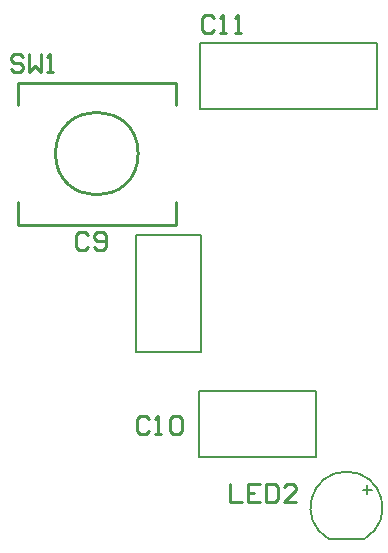
<source format=gbr>
%TF.GenerationSoftware,Altium Limited,Altium Designer,25.7.1 (20)*%
G04 Layer_Color=65535*
%FSLAX45Y45*%
%MOMM*%
%TF.SameCoordinates,6DC23F8A-9C4A-45C2-95F2-439E2FAEE1B8*%
%TF.FilePolarity,Positive*%
%TF.FileFunction,Legend,Top*%
%TF.Part,Single*%
G01*
G75*
%TA.AperFunction,NonConductor*%
%ADD44C,0.17780*%
%ADD45C,0.25400*%
%ADD46C,0.20000*%
D44*
X16974551Y4169388D02*
G03*
X16668027Y4168287I-154208J262912D01*
G01*
X16995602Y4544060D02*
Y4620260D01*
X16962582Y4582160D02*
X17033702D01*
X16670482Y4168140D02*
X16972742D01*
D45*
X15056592Y7429492D02*
G03*
X15056592Y7429492I-350000J0D01*
G01*
X15377428Y6828788D02*
Y7020827D01*
X14035773Y6828788D02*
Y7020827D01*
Y6828788D02*
X15377428D01*
X14035773Y7838174D02*
Y8030208D01*
X15377428Y7838174D02*
Y8030208D01*
X14035773D02*
X15377428D01*
X14079187Y8244799D02*
X14053795Y8270191D01*
X14003012D01*
X13977620Y8244799D01*
Y8219407D01*
X14003012Y8194015D01*
X14053795D01*
X14079187Y8168623D01*
Y8143232D01*
X14053795Y8117840D01*
X14003012D01*
X13977620Y8143232D01*
X14129971Y8270191D02*
Y8117840D01*
X14180754Y8168623D01*
X14231538Y8117840D01*
Y8270191D01*
X14282321Y8117840D02*
X14333105D01*
X14307713D01*
Y8270191D01*
X14282321Y8244799D01*
X15836990Y4635475D02*
Y4483125D01*
X15938557D01*
X16090907Y4635475D02*
X15989342D01*
Y4483125D01*
X16090907D01*
X15989342Y4559300D02*
X16040125D01*
X16141692Y4635475D02*
Y4483125D01*
X16217867D01*
X16243259Y4508517D01*
Y4610083D01*
X16217867Y4635475D01*
X16141692D01*
X16395610Y4483125D02*
X16294043D01*
X16395610Y4584692D01*
Y4610083D01*
X16370218Y4635475D01*
X16319434D01*
X16294043Y4610083D01*
X15697166Y8580079D02*
X15671774Y8605471D01*
X15620992D01*
X15595599Y8580079D01*
Y8478512D01*
X15620992Y8453120D01*
X15671774D01*
X15697166Y8478512D01*
X15747951Y8453120D02*
X15798734D01*
X15773343D01*
Y8605471D01*
X15747951Y8580079D01*
X15874910Y8453120D02*
X15925693D01*
X15900301D01*
Y8605471D01*
X15874910Y8580079D01*
X15151129Y5181583D02*
X15125737Y5206975D01*
X15074954D01*
X15049562Y5181583D01*
Y5080017D01*
X15074954Y5054625D01*
X15125737D01*
X15151129Y5080017D01*
X15201912Y5054625D02*
X15252696D01*
X15227304D01*
Y5206975D01*
X15201912Y5181583D01*
X15328871D02*
X15354263Y5206975D01*
X15405048D01*
X15430440Y5181583D01*
Y5080017D01*
X15405048Y5054625D01*
X15354263D01*
X15328871Y5080017D01*
Y5181583D01*
X14630408Y6743683D02*
X14605017Y6769075D01*
X14554233D01*
X14528841Y6743683D01*
Y6642117D01*
X14554233Y6616725D01*
X14605017D01*
X14630408Y6642117D01*
X14681192D02*
X14706584Y6616725D01*
X14757367D01*
X14782759Y6642117D01*
Y6743683D01*
X14757367Y6769075D01*
X14706584D01*
X14681192Y6743683D01*
Y6718292D01*
X14706584Y6692900D01*
X14782759D01*
D46*
X15036800Y5753100D02*
X15590520D01*
X15036800D02*
Y6743700D01*
X15590520Y5753100D02*
Y6743700D01*
X15036800D02*
X15590520D01*
X16560800Y4864100D02*
Y5417820D01*
X15570200Y4864100D02*
X16560800D01*
X15570200Y5417820D02*
X16560800D01*
X15570200Y4864100D02*
Y5417820D01*
X17081500Y7810500D02*
Y8364220D01*
X15582899Y7810500D02*
Y8364220D01*
X17081500D01*
X15582899Y7810500D02*
X17081500D01*
%TF.MD5,4bcd3e81c5ae64245416578ce790e558*%
M02*

</source>
